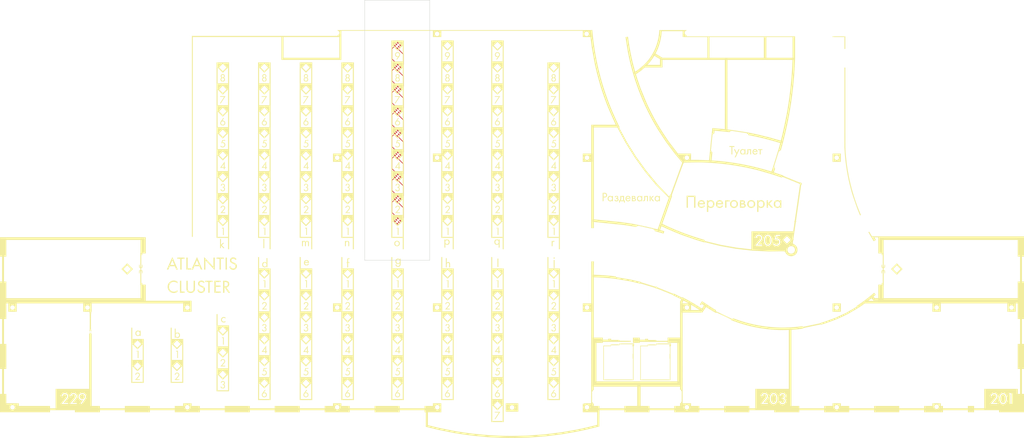
<source format=kicad_pcb>
(kicad_pcb (version 20171130) (host pcbnew "(5.1.9)-1")
  (layers (0 F.Cu signal) (31 B.Cu signal) (34 B.Paste user) (35 F.Paste user) (36 B.SilkS user) (37 F.SilkS user hide) (38 B.Mask user) (39 F.Mask user) (44 Edge.Cuts user))
  (net 0 "")
  (net 1 "Net-(LED-o-1-Pad6)")
  (net 2 "Net-(LED-o-1-Pad1)")
  (net 3 "Net-(LED-o-2-Pad1)")
  (net 4 "Net-(LED-o-2-Pad6)")
  (net 5 "Net-(LED-o-3-Pad1)")
  (net 6 "Net-(LED-o-3-Pad6)")
  (net 7 "Net-(LED-o-4-Pad1)")
  (net 8 "Net-(LED-o-4-Pad6)")
  (net 9 "Net-(LED-o-5-Pad1)")
  (net 10 "Net-(LED-o-5-Pad6)")
  (net 11 "Net-(LED-o-6-Pad6)")
  (net 12 "Net-(LED-o-6-Pad1)")
  (net 13 "Net-(LED-o-7-Pad1)")
  (net 14 "Net-(LED-o-7-Pad6)")
  (net 15 "Net-(LED-o-8-Pad6)")
  (net 16 "Net-(LED-o-8-Pad1)")
  (net 17 "Net-(LED-o-9-Pad1)")
  (net 18 "Net-(LED-o-9-Pad6)")
  (module ClusterMonitor_silklib:CM_2f_atlantis_silk_kicad (layer F.Cu) (at -196.43 40.55)
    (fp_text reference G*** hide)
    (fp_text value LOGO hide)
  )
  (module _addressable_leds_footprint:SK9822-EC20 (layer F.Cu) (at -241.1349 35.4584 315)
    (fp_text reference LED-o-1 hide)
    (fp_text value SK9822-EC20 hide)
    (pad 4 smd rect (at 0.65 0.8 315) (size 0.7 0.4) (layers F.Cu F.Paste F.Mask))
    (pad 5 smd rect (at 0.649999 0 315) (size 0.7 0.4) (layers F.Cu F.Paste F.Mask))
    (pad 6 smd rect (at 0.65 -0.8 315) (size 0.7 0.4) (layers F.Cu F.Paste F.Mask) (net 1 "Net-(LED-o-1-Pad6)"))
    (pad 3 smd rect (at -0.65 0.8 315) (size 0.7 0.4) (layers F.Cu F.Paste F.Mask))
    (pad 2 smd rect (at -0.649999 0 315) (size 0.7 0.4) (layers F.Cu F.Paste F.Mask))
    (pad 1 smd rect (at -0.65 -0.8 315) (size 0.7 0.4) (layers F.Cu F.Paste F.Mask) (net 2 "Net-(LED-o-1-Pad1)"))
  )
  (module _addressable_leds_footprint:SK9822-EC20 (layer F.Cu) (at -241.1349 26.8859 315)
    (fp_text reference LED-o-2 hide)
    (fp_text value SK9822-EC20 hide)
    (pad 1 smd rect (at -0.65 -0.8 315) (size 0.7 0.4) (layers F.Cu F.Paste F.Mask) (net 3 "Net-(LED-o-2-Pad1)"))
    (pad 2 smd rect (at -0.649999 0 315) (size 0.7 0.4) (layers F.Cu F.Paste F.Mask))
    (pad 3 smd rect (at -0.65 0.8 315) (size 0.7 0.4) (layers F.Cu F.Paste F.Mask) (net 2 "Net-(LED-o-1-Pad1)"))
    (pad 6 smd rect (at 0.65 -0.8 315) (size 0.7 0.4) (layers F.Cu F.Paste F.Mask) (net 4 "Net-(LED-o-2-Pad6)"))
    (pad 5 smd rect (at 0.649999 0 315) (size 0.7 0.4) (layers F.Cu F.Paste F.Mask))
    (pad 4 smd rect (at 0.65 0.8 315) (size 0.7 0.4) (layers F.Cu F.Paste F.Mask) (net 1 "Net-(LED-o-1-Pad6)"))
  )
  (module _addressable_leds_footprint:SK9822-EC20 (layer F.Cu) (at -241.1476 18.3261 315)
    (fp_text reference LED-o-3 hide)
    (fp_text value SK9822-EC20 hide)
    (pad 1 smd rect (at -0.65 -0.8 315) (size 0.7 0.4) (layers F.Cu F.Paste F.Mask) (net 5 "Net-(LED-o-3-Pad1)"))
    (pad 2 smd rect (at -0.649999 0 315) (size 0.7 0.4) (layers F.Cu F.Paste F.Mask))
    (pad 3 smd rect (at -0.65 0.8 315) (size 0.7 0.4) (layers F.Cu F.Paste F.Mask) (net 3 "Net-(LED-o-2-Pad1)"))
    (pad 6 smd rect (at 0.65 -0.8 315) (size 0.7 0.4) (layers F.Cu F.Paste F.Mask) (net 6 "Net-(LED-o-3-Pad6)"))
    (pad 5 smd rect (at 0.649999 0 315) (size 0.7 0.4) (layers F.Cu F.Paste F.Mask))
    (pad 4 smd rect (at 0.65 0.8 315) (size 0.7 0.4) (layers F.Cu F.Paste F.Mask) (net 4 "Net-(LED-o-2-Pad6)"))
  )
  (module _addressable_leds_footprint:SK9822-EC20 (layer F.Cu) (at -241.1349 9.7536 315)
    (fp_text reference LED-o-4 hide)
    (fp_text value SK9822-EC20 hide)
    (pad 1 smd rect (at -0.65 -0.8 315) (size 0.7 0.4) (layers F.Cu F.Paste F.Mask) (net 7 "Net-(LED-o-4-Pad1)"))
    (pad 2 smd rect (at -0.649999 0 315) (size 0.7 0.4) (layers F.Cu F.Paste F.Mask))
    (pad 3 smd rect (at -0.65 0.8 315) (size 0.7 0.4) (layers F.Cu F.Paste F.Mask) (net 5 "Net-(LED-o-3-Pad1)"))
    (pad 6 smd rect (at 0.65 -0.8 315) (size 0.7 0.4) (layers F.Cu F.Paste F.Mask) (net 8 "Net-(LED-o-4-Pad6)"))
    (pad 5 smd rect (at 0.649999 0 315) (size 0.7 0.4) (layers F.Cu F.Paste F.Mask))
    (pad 4 smd rect (at 0.65 0.8 315) (size 0.7 0.4) (layers F.Cu F.Paste F.Mask) (net 6 "Net-(LED-o-3-Pad6)"))
  )
  (module _addressable_leds_footprint:SK9822-EC20 (layer F.Cu) (at -241.1476 1.1811 315)
    (fp_text reference LED-o-5 hide)
    (fp_text value SK9822-EC20 hide)
    (pad 1 smd rect (at -0.65 -0.8 315) (size 0.7 0.4) (layers F.Cu F.Paste F.Mask) (net 9 "Net-(LED-o-5-Pad1)"))
    (pad 2 smd rect (at -0.649999 0 315) (size 0.7 0.4) (layers F.Cu F.Paste F.Mask))
    (pad 3 smd rect (at -0.65 0.8 315) (size 0.7 0.4) (layers F.Cu F.Paste F.Mask) (net 7 "Net-(LED-o-4-Pad1)"))
    (pad 6 smd rect (at 0.65 -0.8 315) (size 0.7 0.4) (layers F.Cu F.Paste F.Mask) (net 10 "Net-(LED-o-5-Pad6)"))
    (pad 5 smd rect (at 0.649999 0 315) (size 0.7 0.4) (layers F.Cu F.Paste F.Mask))
    (pad 4 smd rect (at 0.65 0.8 315) (size 0.7 0.4) (layers F.Cu F.Paste F.Mask) (net 8 "Net-(LED-o-4-Pad6)"))
  )
  (module _addressable_leds_footprint:SK9822-EC20 (layer F.Cu) (at -241.1349 -7.3787 315)
    (fp_text reference LED-o-6 hide)
    (fp_text value SK9822-EC20 hide)
    (pad 4 smd rect (at 0.65 0.8 315) (size 0.7 0.4) (layers F.Cu F.Paste F.Mask) (net 10 "Net-(LED-o-5-Pad6)"))
    (pad 5 smd rect (at 0.649999 0 315) (size 0.7 0.4) (layers F.Cu F.Paste F.Mask))
    (pad 6 smd rect (at 0.65 -0.8 315) (size 0.7 0.4) (layers F.Cu F.Paste F.Mask) (net 11 "Net-(LED-o-6-Pad6)"))
    (pad 3 smd rect (at -0.65 0.8 315) (size 0.7 0.4) (layers F.Cu F.Paste F.Mask) (net 9 "Net-(LED-o-5-Pad1)"))
    (pad 2 smd rect (at -0.649999 0 315) (size 0.7 0.4) (layers F.Cu F.Paste F.Mask))
    (pad 1 smd rect (at -0.65 -0.8 315) (size 0.7 0.4) (layers F.Cu F.Paste F.Mask) (net 12 "Net-(LED-o-6-Pad1)"))
  )
  (module _addressable_leds_footprint:SK9822-EC20 (layer F.Cu) (at -241.1349 -15.9639 315)
    (fp_text reference LED-o-7 hide)
    (fp_text value SK9822-EC20 hide)
    (pad 1 smd rect (at -0.65 -0.8 315) (size 0.7 0.4) (layers F.Cu F.Paste F.Mask) (net 13 "Net-(LED-o-7-Pad1)"))
    (pad 2 smd rect (at -0.649999 0 315) (size 0.7 0.4) (layers F.Cu F.Paste F.Mask))
    (pad 3 smd rect (at -0.65 0.8 315) (size 0.7 0.4) (layers F.Cu F.Paste F.Mask) (net 12 "Net-(LED-o-6-Pad1)"))
    (pad 6 smd rect (at 0.65 -0.8 315) (size 0.7 0.4) (layers F.Cu F.Paste F.Mask) (net 14 "Net-(LED-o-7-Pad6)"))
    (pad 5 smd rect (at 0.649999 0 315) (size 0.7 0.4) (layers F.Cu F.Paste F.Mask))
    (pad 4 smd rect (at 0.65 0.8 315) (size 0.7 0.4) (layers F.Cu F.Paste F.Mask) (net 11 "Net-(LED-o-6-Pad6)"))
  )
  (module _addressable_leds_footprint:SK9822-EC20 (layer F.Cu) (at -241.1349 -24.5237 315)
    (fp_text reference LED-o-8 hide)
    (fp_text value SK9822-EC20 hide)
    (pad 4 smd rect (at 0.65 0.8 315) (size 0.7 0.4) (layers F.Cu F.Paste F.Mask) (net 14 "Net-(LED-o-7-Pad6)"))
    (pad 5 smd rect (at 0.649999 0 315) (size 0.7 0.4) (layers F.Cu F.Paste F.Mask))
    (pad 6 smd rect (at 0.65 -0.8 315) (size 0.7 0.4) (layers F.Cu F.Paste F.Mask) (net 15 "Net-(LED-o-8-Pad6)"))
    (pad 3 smd rect (at -0.65 0.8 315) (size 0.7 0.4) (layers F.Cu F.Paste F.Mask) (net 13 "Net-(LED-o-7-Pad1)"))
    (pad 2 smd rect (at -0.649999 0 315) (size 0.7 0.4) (layers F.Cu F.Paste F.Mask))
    (pad 1 smd rect (at -0.65 -0.8 315) (size 0.7 0.4) (layers F.Cu F.Paste F.Mask) (net 16 "Net-(LED-o-8-Pad1)"))
  )
  (module _addressable_leds_footprint:SK9822-EC20 (layer F.Cu) (at -241.1476 -33.0835 315)
    (fp_text reference LED-o-9 hide)
    (fp_text value SK9822-EC20 hide)
    (pad 1 smd rect (at -0.65 -0.8 315) (size 0.7 0.4) (layers F.Cu F.Paste F.Mask) (net 17 "Net-(LED-o-9-Pad1)"))
    (pad 2 smd rect (at -0.649999 0 315) (size 0.7 0.4) (layers F.Cu F.Paste F.Mask))
    (pad 3 smd rect (at -0.65 0.8 315) (size 0.7 0.4) (layers F.Cu F.Paste F.Mask) (net 16 "Net-(LED-o-8-Pad1)"))
    (pad 6 smd rect (at 0.65 -0.8 315) (size 0.7 0.4) (layers F.Cu F.Paste F.Mask) (net 18 "Net-(LED-o-9-Pad6)"))
    (pad 5 smd rect (at 0.649999 0 315) (size 0.7 0.4) (layers F.Cu F.Paste F.Mask))
    (pad 4 smd rect (at 0.65 0.8 315) (size 0.7 0.4) (layers F.Cu F.Paste F.Mask) (net 15 "Net-(LED-o-8-Pad6)"))
  )
  (gr_line (start -228.6 -50.8) (end -228.6 50.8) (layer Edge.Cuts) (width 0.15))
  (gr_line (start -254 -50.8) (end -228.6 -50.8) (layer Edge.Cuts) (width 0.15))
  (gr_line (start -254 50.8) (end -254 -50.8) (layer Edge.Cuts) (width 0.15))
  (gr_line (start -228.6 50.8) (end -254 50.8) (layer Edge.Cuts) (width 0.15))
  (segment (start -238.887 30.265171) (end -241.240966 27.911205) (width 0.25) (layer F.Cu) (net 1))
  (segment (start -238.887 34.129739) (end -238.887 30.265171) (width 0.25) (layer F.Cu) (net 1))
  (segment (start -240.109595 35.352334) (end -238.887 34.129739) (width 0.25) (layer F.Cu) (net 1))
  (segment (start -243.332 28.163761) (end -242.160205 26.991966) (width 0.25) (layer F.Cu) (net 2))
  (segment (start -243.332 32.129929) (end -243.332 28.163761) (width 0.25) (layer F.Cu) (net 2))
  (segment (start -241.028834 34.433095) (end -243.332 32.129929) (width 0.25) (layer F.Cu) (net 2))
  (segment (start -243.332 19.591261) (end -242.172905 18.432166) (width 0.25) (layer F.Cu) (net 3))
  (segment (start -243.332 23.557429) (end -243.332 19.591261) (width 0.25) (layer F.Cu) (net 3))
  (segment (start -241.028834 25.860595) (end -243.332 23.557429) (width 0.25) (layer F.Cu) (net 3))
  (segment (start -238.887 21.718071) (end -241.253666 19.351405) (width 0.25) (layer F.Cu) (net 4))
  (segment (start -238.887 25.557239) (end -238.887 21.718071) (width 0.25) (layer F.Cu) (net 4))
  (segment (start -240.109595 26.779834) (end -238.887 25.557239) (width 0.25) (layer F.Cu) (net 4))
  (segment (start -243.332 11.031461) (end -242.160205 9.859666) (width 0.25) (layer F.Cu) (net 5))
  (segment (start -243.332 15.010329) (end -243.332 11.031461) (width 0.25) (layer F.Cu) (net 5))
  (segment (start -241.041534 17.300795) (end -243.332 15.010329) (width 0.25) (layer F.Cu) (net 5))
  (segment (start -238.887 13.132871) (end -241.240966 10.778905) (width 0.25) (layer F.Cu) (net 6))
  (segment (start -238.887 16.984739) (end -238.887 13.132871) (width 0.25) (layer F.Cu) (net 6))
  (segment (start -240.122295 18.220034) (end -238.887 16.984739) (width 0.25) (layer F.Cu) (net 6))
  (segment (start -243.332 2.446261) (end -242.172905 1.287166) (width 0.25) (layer F.Cu) (net 7))
  (segment (start -243.332 6.425129) (end -243.332 2.446261) (width 0.25) (layer F.Cu) (net 7))
  (segment (start -241.028834 8.728295) (end -243.332 6.425129) (width 0.25) (layer F.Cu) (net 7))
  (segment (start -238.887 4.573071) (end -241.253666 2.206405) (width 0.25) (layer F.Cu) (net 8))
  (segment (start -238.887 8.424939) (end -238.887 4.573071) (width 0.25) (layer F.Cu) (net 8))
  (segment (start -240.109595 9.647534) (end -238.887 8.424939) (width 0.25) (layer F.Cu) (net 8))
  (segment (start -243.332 -6.100839) (end -242.160205 -7.272634) (width 0.25) (layer F.Cu) (net 9))
  (segment (start -243.332 -2.134671) (end -243.332 -6.100839) (width 0.25) (layer F.Cu) (net 9))
  (segment (start -241.041534 0.155795) (end -243.332 -2.134671) (width 0.25) (layer F.Cu) (net 9))
  (segment (start -238.887 -3.999429) (end -241.240966 -6.353395) (width 0.25) (layer F.Cu) (net 10))
  (segment (start -238.887 -0.160261) (end -238.887 -3.999429) (width 0.25) (layer F.Cu) (net 10))
  (segment (start -240.122295 1.075034) (end -238.887 -0.160261) (width 0.25) (layer F.Cu) (net 10))
  (segment (start -238.887 -12.584629) (end -241.240966 -14.938595) (width 0.25) (layer F.Cu) (net 11))
  (segment (start -238.887 -8.707361) (end -238.887 -12.584629) (width 0.25) (layer F.Cu) (net 11))
  (segment (start -240.109595 -7.484766) (end -238.887 -8.707361) (width 0.25) (layer F.Cu) (net 11))
  (segment (start -243.332 -14.686039) (end -242.160205 -15.857834) (width 0.25) (layer F.Cu) (net 12))
  (segment (start -243.332 -10.707171) (end -243.332 -14.686039) (width 0.25) (layer F.Cu) (net 12))
  (segment (start -241.028834 -8.404005) (end -243.332 -10.707171) (width 0.25) (layer F.Cu) (net 12))
  (segment (start -243.332 -23.245839) (end -242.160205 -24.417634) (width 0.25) (layer F.Cu) (net 13))
  (segment (start -243.332 -19.292371) (end -243.332 -23.245839) (width 0.25) (layer F.Cu) (net 13))
  (segment (start -241.028834 -16.989205) (end -243.332 -19.292371) (width 0.25) (layer F.Cu) (net 13))
  (segment (start -238.887 -21.144429) (end -241.240966 -23.498395) (width 0.25) (layer F.Cu) (net 14))
  (segment (start -238.887 -17.292561) (end -238.887 -21.144429) (width 0.25) (layer F.Cu) (net 14))
  (segment (start -240.109595 -16.069966) (end -238.887 -17.292561) (width 0.25) (layer F.Cu) (net 14))
  (segment (start -238.887 -29.691529) (end -241.253666 -32.058195) (width 0.25) (layer F.Cu) (net 15))
  (segment (start -240.109595 -24.629766) (end -238.887 -25.852361) (width 0.25) (layer F.Cu) (net 15))
  (segment (start -238.887 -25.852361) (end -238.887 -29.691529) (width 0.25) (layer F.Cu) (net 15))
  (segment (start -243.332 -31.818339) (end -242.172905 -32.977434) (width 0.25) (layer F.Cu) (net 16))
  (segment (start -243.332 -27.852171) (end -243.332 -31.818339) (width 0.25) (layer F.Cu) (net 16))
  (segment (start -241.028834 -25.549005) (end -243.332 -27.852171) (width 0.25) (layer F.Cu) (net 16))
)
</source>
